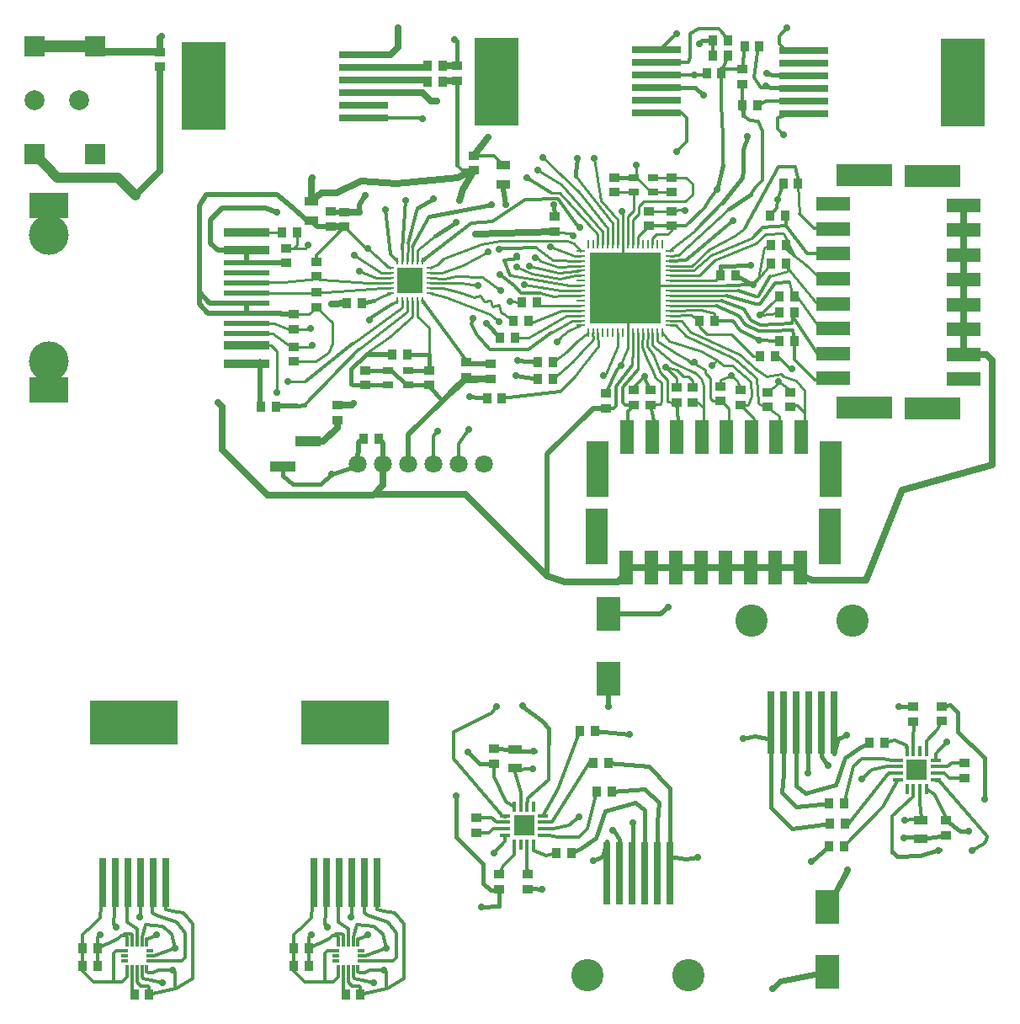
<source format=gtl>
G04 (created by PCBNEW (2013-08-24 BZR 4298)-stable) date Sat 09 Aug 2014 02:40:24 PM PDT*
%MOIN*%
G04 Gerber Fmt 3.4, Leading zero omitted, Abs format*
%FSLAX34Y34*%
G01*
G70*
G90*
G04 APERTURE LIST*
%ADD10C,0.005906*%
%ADD11R,0.029921X0.250000*%
%ADD12C,0.127953*%
%ADD13R,0.035400X0.039400*%
%ADD14R,0.029921X0.196850*%
%ADD15R,0.346457X0.177165*%
%ADD16R,0.011811X0.031496*%
%ADD17R,0.031496X0.011811*%
%ADD18R,0.039400X0.035400*%
%ADD19R,0.055000X0.035000*%
%ADD20R,0.094500X0.137800*%
%ADD21C,0.078700*%
%ADD22R,0.078700X0.078700*%
%ADD23R,0.181102X0.031890*%
%ADD24R,0.181102X0.024016*%
%ADD25C,0.157480*%
%ADD26R,0.153543X0.098425*%
%ADD27R,0.039370X0.031496*%
%ADD28R,0.196850X0.029921*%
%ADD29R,0.177165X0.346457*%
%ADD30R,0.100000X0.039000*%
%ADD31R,0.055118X0.133858*%
%ADD32R,0.090551X0.220472*%
%ADD33R,0.133858X0.055118*%
%ADD34R,0.220472X0.090551*%
%ADD35R,0.098400X0.098400*%
%ADD36O,0.009800X0.031500*%
%ADD37O,0.031500X0.009800*%
%ADD38C,0.023622*%
%ADD39C,0.070866*%
%ADD40R,0.009843X0.033465*%
%ADD41R,0.033465X0.009843*%
%ADD42R,0.281496X0.281496*%
%ADD43R,0.082677X0.082677*%
%ADD44R,0.039370X0.013780*%
%ADD45R,0.013780X0.039370*%
%ADD46C,0.019685*%
%ADD47C,0.027559*%
%ADD48C,0.009843*%
%ADD49C,0.019685*%
%ADD50C,0.027559*%
%ADD51C,0.013780*%
%ADD52C,0.015748*%
%ADD53C,0.011811*%
%ADD54C,0.047244*%
%ADD55C,0.031496*%
%ADD56C,0.039370*%
%ADD57C,0.023622*%
G04 APERTURE END LIST*
G54D10*
G54D11*
X66791Y-52696D03*
X65791Y-52696D03*
X64791Y-52696D03*
X65291Y-52696D03*
X64291Y-52696D03*
G54D12*
X63541Y-48671D03*
X67541Y-48671D03*
G54D11*
X66291Y-52696D03*
G54D13*
X45994Y-62332D03*
X45402Y-62332D03*
X45994Y-61624D03*
X45402Y-61624D03*
X48042Y-63474D03*
X47450Y-63474D03*
G54D14*
X46181Y-59025D03*
X47181Y-59025D03*
X48181Y-59025D03*
X47681Y-59025D03*
X48681Y-59025D03*
X46681Y-59025D03*
G54D15*
X47431Y-52706D03*
G54D16*
X47352Y-62431D03*
X47155Y-62431D03*
X47155Y-61427D03*
X47547Y-62431D03*
X47746Y-62431D03*
X47942Y-62431D03*
G54D17*
X48051Y-62125D03*
X48051Y-61942D03*
X48051Y-61732D03*
G54D16*
X47942Y-61427D03*
X47746Y-61427D03*
X47547Y-61427D03*
X47352Y-61427D03*
G54D17*
X47047Y-61732D03*
X47047Y-61935D03*
X47047Y-62125D03*
G54D13*
X55796Y-57864D03*
X56388Y-57864D03*
X57994Y-55446D03*
X57402Y-55446D03*
X56733Y-53021D03*
X57325Y-53021D03*
G54D18*
X52637Y-56465D03*
X52637Y-57057D03*
G54D13*
X57257Y-54293D03*
X57849Y-54293D03*
G54D18*
X54665Y-58700D03*
X54665Y-59292D03*
X53523Y-58709D03*
X53523Y-59301D03*
X53326Y-53749D03*
X53326Y-54341D03*
G54D19*
X54153Y-54518D03*
X54153Y-53768D03*
G54D20*
X57864Y-50974D03*
X57864Y-48414D03*
G54D11*
X57795Y-58661D03*
X58795Y-58661D03*
X59795Y-58661D03*
X59295Y-58661D03*
X60295Y-58661D03*
G54D12*
X61045Y-62687D03*
X57045Y-62687D03*
G54D11*
X58295Y-58661D03*
G54D21*
X36890Y-28070D03*
G54D22*
X35118Y-25940D03*
X37520Y-25940D03*
X35118Y-30202D03*
X37520Y-30202D03*
G54D21*
X35118Y-28070D03*
G54D23*
X43523Y-33291D03*
X43523Y-34015D03*
G54D24*
X43523Y-34488D03*
X43523Y-34889D03*
X43523Y-35692D03*
X43523Y-37291D03*
X43523Y-36488D03*
G54D23*
X43523Y-38488D03*
X43523Y-37763D03*
G54D24*
X43523Y-36090D03*
X43523Y-36889D03*
G54D25*
X35681Y-38389D03*
X35681Y-33389D03*
G54D24*
X43523Y-35291D03*
G54D26*
X35681Y-32228D03*
X35681Y-39551D03*
G54D13*
X63877Y-38188D03*
X64469Y-38188D03*
G54D27*
X58858Y-31712D03*
X59645Y-31712D03*
X58858Y-31122D03*
X59645Y-31122D03*
X49921Y-38759D03*
X49133Y-38759D03*
X49921Y-39350D03*
X49133Y-39350D03*
G54D28*
X48149Y-28769D03*
X48149Y-27769D03*
X48149Y-26769D03*
X48149Y-27269D03*
X48149Y-26269D03*
X48149Y-28269D03*
G54D29*
X41830Y-27519D03*
G54D28*
X59763Y-28572D03*
X59763Y-27572D03*
X59763Y-26572D03*
X59763Y-27072D03*
X59763Y-26072D03*
X59763Y-28072D03*
G54D29*
X53444Y-27322D03*
G54D28*
X65590Y-26112D03*
X65590Y-27112D03*
X65590Y-28112D03*
X65590Y-27612D03*
X65590Y-28612D03*
X65590Y-26612D03*
G54D29*
X71909Y-27362D03*
G54D30*
X45972Y-41586D03*
X44972Y-42586D03*
G54D31*
X65492Y-41417D03*
X64507Y-41417D03*
X63523Y-41417D03*
X58602Y-41417D03*
X60570Y-41417D03*
X59586Y-41417D03*
G54D32*
X66653Y-42657D03*
G54D31*
X61555Y-41417D03*
X62539Y-41417D03*
G54D32*
X57440Y-42657D03*
G54D33*
X66771Y-32185D03*
X66771Y-33169D03*
X66771Y-34153D03*
X66771Y-39074D03*
X66771Y-37106D03*
X66771Y-38090D03*
G54D34*
X68011Y-31023D03*
G54D33*
X66771Y-36122D03*
X66771Y-35137D03*
G54D34*
X68011Y-40236D03*
G54D31*
X58562Y-46574D03*
X59547Y-46574D03*
X60531Y-46574D03*
X65452Y-46574D03*
X63484Y-46574D03*
X64468Y-46574D03*
G54D32*
X57401Y-45334D03*
G54D31*
X62500Y-46574D03*
X61515Y-46574D03*
G54D32*
X66614Y-45334D03*
G54D33*
X71929Y-39114D03*
X71929Y-38129D03*
X71929Y-37145D03*
X71929Y-32224D03*
X71929Y-34192D03*
X71929Y-33208D03*
G54D34*
X70688Y-40275D03*
G54D33*
X71929Y-35177D03*
X71929Y-36161D03*
G54D34*
X70688Y-31062D03*
G54D19*
X53700Y-31398D03*
X53700Y-30648D03*
G54D18*
X45106Y-34512D03*
X45106Y-33920D03*
G54D13*
X45516Y-33295D03*
X44924Y-33295D03*
X48168Y-41456D03*
X48760Y-41456D03*
X44693Y-40208D03*
X44101Y-40208D03*
G54D18*
X45405Y-37822D03*
X45405Y-38414D03*
X45385Y-37134D03*
X45385Y-36542D03*
X46291Y-35664D03*
X46291Y-36256D03*
X46283Y-35051D03*
X46283Y-34459D03*
G54D13*
X54154Y-37480D03*
X53562Y-37480D03*
X54685Y-36791D03*
X54093Y-36791D03*
X55020Y-36082D03*
X54428Y-36082D03*
X49310Y-38129D03*
X49902Y-38129D03*
X53642Y-39881D03*
X53050Y-39881D03*
X55650Y-39094D03*
X55058Y-39094D03*
X55666Y-38421D03*
X55074Y-38421D03*
G54D18*
X59448Y-32459D03*
X59448Y-33051D03*
X60354Y-31713D03*
X60354Y-31121D03*
X58110Y-31121D03*
X58110Y-31713D03*
X60354Y-32459D03*
X60354Y-33051D03*
G54D13*
X62894Y-35000D03*
X62302Y-35000D03*
G54D18*
X55728Y-32676D03*
X55728Y-33268D03*
G54D13*
X62067Y-36811D03*
X61475Y-36811D03*
G54D18*
X40098Y-26752D03*
X40098Y-26160D03*
X57755Y-39664D03*
X57755Y-40256D03*
X47409Y-32491D03*
X47409Y-33083D03*
X47125Y-40137D03*
X47125Y-40729D03*
X48228Y-39351D03*
X48228Y-38759D03*
X50748Y-39351D03*
X50748Y-38759D03*
X53188Y-39095D03*
X53188Y-38503D03*
G54D19*
X46094Y-32077D03*
X46094Y-32827D03*
G54D13*
X47491Y-36114D03*
X48083Y-36114D03*
G54D35*
X50003Y-35208D03*
G54D36*
X49511Y-35995D03*
X49708Y-35995D03*
X49905Y-35995D03*
X50101Y-35995D03*
X50298Y-35995D03*
X50495Y-35995D03*
G54D37*
X50790Y-35700D03*
X50790Y-35503D03*
X50790Y-35306D03*
X50790Y-35110D03*
X50790Y-34913D03*
X50790Y-34716D03*
G54D36*
X50495Y-34421D03*
X50298Y-34421D03*
X50101Y-34421D03*
X49905Y-34421D03*
X49708Y-34421D03*
X49511Y-34421D03*
G54D37*
X49216Y-34716D03*
X49216Y-34913D03*
X49216Y-35110D03*
X49216Y-35306D03*
X49216Y-35503D03*
X49216Y-35700D03*
G54D38*
X50003Y-35208D03*
X49703Y-34908D03*
X49703Y-35508D03*
X50303Y-34908D03*
X50303Y-35508D03*
G54D18*
X52216Y-39040D03*
X52216Y-38448D03*
X46850Y-32483D03*
X46850Y-33075D03*
X52519Y-30255D03*
X52519Y-30847D03*
G54D39*
X51925Y-42480D03*
X52925Y-42480D03*
X47933Y-42480D03*
X48933Y-42480D03*
X50929Y-42480D03*
X49929Y-42480D03*
G54D18*
X65078Y-39625D03*
X65078Y-40217D03*
G54D13*
X64782Y-31377D03*
X65374Y-31377D03*
G54D18*
X64173Y-39625D03*
X64173Y-40217D03*
G54D13*
X64270Y-32637D03*
X64862Y-32637D03*
G54D40*
X59807Y-37259D03*
X60003Y-37259D03*
X58625Y-37259D03*
X58822Y-37259D03*
X59216Y-37259D03*
X59019Y-37259D03*
X59610Y-37259D03*
X59413Y-37259D03*
X57838Y-37259D03*
X58035Y-37259D03*
X58429Y-37259D03*
X58232Y-37259D03*
X57444Y-37259D03*
X57641Y-37259D03*
X57248Y-37259D03*
X57051Y-37259D03*
G54D41*
X56775Y-36984D03*
X56775Y-36787D03*
X56775Y-36393D03*
X56775Y-36590D03*
X56775Y-35803D03*
X56775Y-35606D03*
X56775Y-36000D03*
X56775Y-36196D03*
X56775Y-34622D03*
X56775Y-34425D03*
X56775Y-35015D03*
X56775Y-34818D03*
X56775Y-35212D03*
X56775Y-35409D03*
X56775Y-34031D03*
X56775Y-34228D03*
G54D40*
X57051Y-33755D03*
X57248Y-33755D03*
X57641Y-33755D03*
X57444Y-33755D03*
X58232Y-33755D03*
X58429Y-33755D03*
X58035Y-33755D03*
X57838Y-33755D03*
X59413Y-33755D03*
X59610Y-33755D03*
X59019Y-33755D03*
X59216Y-33755D03*
X58822Y-33755D03*
X58625Y-33755D03*
X60003Y-33755D03*
X59807Y-33755D03*
G54D41*
X60279Y-34228D03*
X60279Y-34031D03*
X60279Y-35409D03*
X60279Y-35212D03*
X60279Y-34818D03*
X60279Y-35007D03*
X60279Y-34425D03*
X60279Y-34622D03*
X60279Y-36196D03*
X60279Y-36000D03*
X60279Y-35606D03*
X60279Y-35803D03*
X60279Y-36590D03*
X60279Y-36393D03*
X60279Y-36787D03*
X60279Y-36984D03*
G54D42*
X58527Y-35507D03*
G54D18*
X63110Y-39546D03*
X63110Y-40138D03*
G54D13*
X64310Y-33818D03*
X64902Y-33818D03*
G54D18*
X62283Y-39389D03*
X62283Y-39981D03*
G54D13*
X64310Y-34527D03*
X64902Y-34527D03*
G54D18*
X61181Y-39428D03*
X61181Y-40020D03*
G54D13*
X64625Y-35826D03*
X65217Y-35826D03*
G54D18*
X60551Y-39428D03*
X60551Y-40020D03*
G54D13*
X64625Y-36456D03*
X65217Y-36456D03*
G54D18*
X59527Y-39546D03*
X59527Y-40138D03*
G54D13*
X64625Y-37598D03*
X65217Y-37598D03*
G54D18*
X58858Y-39546D03*
X58858Y-40138D03*
G54D13*
X63839Y-25944D03*
X63247Y-25944D03*
X50688Y-27322D03*
X51280Y-27322D03*
X61751Y-27007D03*
X62343Y-27007D03*
X63168Y-28267D03*
X63760Y-28267D03*
X51280Y-26692D03*
X50688Y-26692D03*
X61987Y-25708D03*
X62579Y-25708D03*
G54D18*
X63149Y-27421D03*
X63149Y-26829D03*
X51850Y-26711D03*
X51850Y-27303D03*
G54D13*
X61987Y-26299D03*
X62579Y-26299D03*
G54D16*
X38986Y-62431D03*
X38789Y-62431D03*
X38789Y-61427D03*
X39181Y-62431D03*
X39379Y-62431D03*
X39576Y-62431D03*
G54D17*
X39685Y-62125D03*
X39685Y-61942D03*
X39685Y-61732D03*
G54D16*
X39576Y-61427D03*
X39379Y-61427D03*
X39181Y-61427D03*
X38986Y-61427D03*
G54D17*
X38681Y-61732D03*
X38681Y-61935D03*
X38681Y-62125D03*
G54D14*
X37814Y-59025D03*
X38814Y-59025D03*
X39814Y-59025D03*
X39314Y-59025D03*
X40314Y-59025D03*
X38314Y-59025D03*
G54D15*
X39064Y-52706D03*
G54D13*
X39675Y-63474D03*
X39083Y-63474D03*
X37628Y-61624D03*
X37036Y-61624D03*
X37628Y-62332D03*
X37036Y-62332D03*
X68790Y-53494D03*
X68198Y-53494D03*
X66591Y-55911D03*
X67183Y-55911D03*
X67185Y-57598D03*
X66593Y-57598D03*
G54D18*
X71948Y-54892D03*
X71948Y-54300D03*
G54D13*
X67225Y-56712D03*
X66633Y-56712D03*
G54D18*
X69921Y-52658D03*
X69921Y-52066D03*
X71062Y-52648D03*
X71062Y-52056D03*
X71240Y-57166D03*
X71240Y-56574D03*
G54D19*
X70216Y-56554D03*
X70216Y-57304D03*
G54D20*
X66535Y-59999D03*
X66535Y-62559D03*
G54D43*
X54517Y-56781D03*
G54D44*
X55265Y-57165D03*
X55265Y-56909D03*
X55265Y-56653D03*
X55265Y-56397D03*
G54D45*
X54901Y-56033D03*
X54645Y-56033D03*
X54389Y-56033D03*
X54133Y-56033D03*
G54D44*
X53769Y-56397D03*
X53769Y-56653D03*
X53769Y-56909D03*
X53769Y-57165D03*
G54D45*
X54133Y-57529D03*
X54389Y-57529D03*
X54645Y-57529D03*
X54901Y-57529D03*
G54D46*
X54517Y-56781D03*
X54291Y-57007D03*
X54744Y-57007D03*
X54291Y-56555D03*
X54744Y-56555D03*
G54D43*
X70068Y-54576D03*
G54D44*
X69320Y-54192D03*
X69320Y-54448D03*
X69320Y-54704D03*
X69320Y-54960D03*
G54D45*
X69685Y-55324D03*
X69940Y-55324D03*
X70196Y-55324D03*
X70452Y-55324D03*
G54D44*
X70816Y-54960D03*
X70816Y-54704D03*
X70816Y-54448D03*
X70816Y-54192D03*
G54D45*
X70452Y-53828D03*
X70196Y-53828D03*
X69940Y-53828D03*
X69685Y-53828D03*
G54D46*
X70068Y-54576D03*
X70295Y-54350D03*
X69842Y-54350D03*
X70295Y-54803D03*
X69842Y-54803D03*
G54D47*
X65118Y-38700D03*
X42401Y-40039D03*
X46141Y-31141D03*
X40157Y-25551D03*
X56476Y-33444D03*
X54527Y-35374D03*
X51968Y-32047D03*
X52598Y-33385D03*
X52685Y-35388D03*
X62165Y-31614D03*
X63502Y-34606D03*
X50492Y-28818D03*
X54232Y-34685D03*
X54724Y-34645D03*
X60570Y-30098D03*
X54960Y-34291D03*
X64940Y-25216D03*
X48389Y-36771D03*
X48334Y-33925D03*
X54872Y-54537D03*
X58037Y-56962D03*
X66549Y-54395D03*
X69586Y-56555D03*
X56732Y-33110D03*
X62795Y-32834D03*
X52500Y-36712D03*
X51822Y-32897D03*
X53582Y-35610D03*
X55826Y-37637D03*
X49064Y-61643D03*
X48966Y-62490D03*
X46092Y-61112D03*
X54901Y-53828D03*
X56698Y-56431D03*
X57273Y-58159D03*
X53316Y-57883D03*
X60226Y-48120D03*
X55708Y-32204D03*
X58956Y-30629D03*
X44724Y-39645D03*
X47755Y-40078D03*
X64803Y-29448D03*
X58385Y-32480D03*
X60551Y-25433D03*
X60905Y-32440D03*
X49527Y-25196D03*
X39133Y-31850D03*
X64566Y-32007D03*
X63858Y-36574D03*
X63818Y-37559D03*
X64606Y-39212D03*
X60118Y-38622D03*
X59291Y-39015D03*
X58346Y-38582D03*
X62716Y-38976D03*
X51614Y-39645D03*
X48228Y-31850D03*
X44724Y-32500D03*
X53110Y-29527D03*
X46889Y-36141D03*
X63582Y-35354D03*
X37726Y-61112D03*
X40600Y-62490D03*
X40698Y-61643D03*
X64360Y-63238D03*
X71269Y-53474D03*
X67312Y-53198D03*
X67887Y-54927D03*
X69547Y-57263D03*
X52322Y-41102D03*
X61259Y-38425D03*
X51102Y-41181D03*
X61968Y-38582D03*
X51062Y-28110D03*
X54645Y-31141D03*
X64133Y-27007D03*
X57303Y-30354D03*
X48336Y-61112D03*
X46722Y-60797D03*
X38356Y-60797D03*
X39970Y-61112D03*
X55078Y-30826D03*
X61614Y-27874D03*
X54468Y-52047D03*
X70944Y-57755D03*
X53425Y-52066D03*
X72263Y-57775D03*
X58836Y-56659D03*
X58698Y-53171D03*
X65887Y-58187D03*
X65750Y-54698D03*
X45960Y-33818D03*
X45165Y-39188D03*
X53523Y-36850D03*
X53976Y-36023D03*
X54275Y-38354D03*
X50944Y-31968D03*
X54200Y-38976D03*
X49814Y-32047D03*
X52362Y-39803D03*
X49035Y-32397D03*
X53031Y-36889D03*
X53110Y-34055D03*
X53779Y-32204D03*
X54236Y-34232D03*
X48572Y-63001D03*
X47667Y-60403D03*
X39301Y-60403D03*
X40206Y-63001D03*
X55255Y-30334D03*
X61259Y-27086D03*
X49645Y-27269D03*
X53543Y-33976D03*
X64094Y-27519D03*
X63346Y-29488D03*
X56614Y-30374D03*
X61456Y-25826D03*
X55551Y-33877D03*
X51771Y-25669D03*
X47783Y-34196D03*
X46074Y-37110D03*
X47984Y-34826D03*
X46114Y-37771D03*
X55226Y-59301D03*
X61387Y-58025D03*
X63198Y-53332D03*
X69360Y-52057D03*
X52303Y-53868D03*
X51830Y-55610D03*
X57864Y-52057D03*
X52814Y-60000D03*
X67342Y-58523D03*
X72755Y-55748D03*
X72145Y-56988D03*
X53228Y-32204D03*
X53562Y-34980D03*
X46889Y-42874D03*
X57677Y-38976D03*
G54D48*
X65118Y-38700D02*
X65078Y-38700D01*
X64566Y-38188D02*
X64469Y-38188D01*
X65078Y-38700D02*
X64566Y-38188D01*
G54D49*
X57755Y-40256D02*
X57263Y-40256D01*
X55433Y-42086D02*
X55433Y-46889D01*
X57263Y-40256D02*
X55433Y-42086D01*
G54D50*
X71929Y-33208D02*
X71929Y-32224D01*
X71929Y-34192D02*
X71929Y-33208D01*
X71929Y-35177D02*
X71929Y-34192D01*
X71929Y-36161D02*
X71929Y-35177D01*
X71929Y-37145D02*
X71929Y-36161D01*
X71929Y-38129D02*
X71929Y-37145D01*
X65452Y-46574D02*
X65452Y-46870D01*
X72814Y-38129D02*
X71929Y-38129D01*
X73070Y-38385D02*
X72814Y-38129D01*
X73070Y-42519D02*
X73070Y-38385D01*
X68070Y-47086D02*
X69488Y-43503D01*
X69488Y-43503D02*
X73070Y-42519D01*
X65944Y-47086D02*
X68070Y-47086D01*
X65452Y-46870D02*
X65944Y-47086D01*
X64468Y-46574D02*
X65452Y-46574D01*
X63484Y-46574D02*
X64468Y-46574D01*
X62500Y-46574D02*
X63484Y-46574D01*
X61515Y-46574D02*
X62500Y-46574D01*
X60531Y-46574D02*
X61515Y-46574D01*
X59547Y-46574D02*
X60531Y-46574D01*
X58562Y-46574D02*
X59547Y-46574D01*
X48582Y-43661D02*
X52204Y-43661D01*
X52204Y-43661D02*
X55433Y-46889D01*
X58562Y-46791D02*
X58562Y-46574D01*
X55433Y-46889D02*
X56141Y-47125D01*
X56141Y-47125D02*
X58228Y-47125D01*
X58228Y-47125D02*
X58562Y-46791D01*
X48933Y-43311D02*
X48933Y-42480D01*
X48543Y-43700D02*
X48582Y-43661D01*
X48582Y-43661D02*
X48933Y-43311D01*
X44370Y-43700D02*
X48543Y-43700D01*
X42559Y-41889D02*
X44370Y-43700D01*
X42559Y-40196D02*
X42559Y-41889D01*
X42401Y-40039D02*
X42559Y-40196D01*
X40098Y-26160D02*
X40098Y-25610D01*
X46094Y-31188D02*
X46094Y-32077D01*
X46141Y-31141D02*
X46094Y-31188D01*
X40098Y-25610D02*
X40157Y-25551D01*
G54D51*
X52519Y-30847D02*
X52067Y-30847D01*
G54D52*
X51850Y-30629D02*
X51850Y-27303D01*
G54D51*
X52067Y-30847D02*
X51850Y-30629D01*
G54D53*
X60354Y-33051D02*
X60924Y-33051D01*
X60924Y-33051D02*
X61653Y-32322D01*
X60354Y-33051D02*
X59448Y-33051D01*
X62343Y-27007D02*
X62579Y-26299D01*
X63149Y-26829D02*
X63247Y-25944D01*
X62343Y-27007D02*
X62343Y-26790D01*
X62382Y-26829D02*
X63149Y-26829D01*
X62343Y-26790D02*
X62382Y-26829D01*
X62343Y-28209D02*
X62343Y-27007D01*
G54D48*
X59019Y-33755D02*
X59019Y-33481D01*
X59019Y-33481D02*
X59448Y-33051D01*
X59610Y-33755D02*
X59610Y-33539D01*
X60354Y-33228D02*
X60354Y-33051D01*
X60196Y-33385D02*
X60354Y-33228D01*
X59763Y-33385D02*
X60196Y-33385D01*
X59610Y-33539D02*
X59763Y-33385D01*
G54D50*
X51850Y-27303D02*
X51299Y-27303D01*
X51299Y-27303D02*
X51280Y-27322D01*
G54D48*
X60279Y-35212D02*
X62089Y-35212D01*
X62089Y-35212D02*
X62302Y-35000D01*
X58818Y-37913D02*
X58779Y-38582D01*
X58822Y-37259D02*
X58818Y-37913D01*
G54D53*
X58050Y-40256D02*
X57755Y-40256D01*
X58149Y-40157D02*
X58050Y-40256D01*
X58149Y-39409D02*
X58149Y-40157D01*
X58779Y-38582D02*
X58149Y-39409D01*
G54D49*
X48933Y-42480D02*
X48933Y-41629D01*
X48933Y-41629D02*
X48760Y-41456D01*
G54D52*
X62302Y-35000D02*
X62283Y-34645D01*
X62283Y-34645D02*
X63502Y-34606D01*
X63502Y-34606D02*
X63503Y-34606D01*
G54D48*
X56775Y-35606D02*
X55996Y-35606D01*
X56542Y-33378D02*
X55728Y-33268D01*
X56476Y-33444D02*
X56542Y-33378D01*
X55996Y-35606D02*
X54527Y-35374D01*
G54D50*
X47085Y-31730D02*
X46511Y-31723D01*
X52484Y-30841D02*
X52519Y-30881D01*
X51894Y-31153D02*
X52484Y-30841D01*
X52519Y-30881D02*
X52094Y-31598D01*
X52094Y-31598D02*
X51968Y-32047D01*
X46511Y-31723D02*
X46094Y-32077D01*
X48070Y-31259D02*
X47085Y-31730D01*
X52598Y-33385D02*
X55728Y-33268D01*
G54D48*
X50790Y-35306D02*
X52031Y-35303D01*
X52031Y-35303D02*
X52685Y-35388D01*
X52598Y-33385D02*
X52531Y-33318D01*
G54D54*
X37520Y-25940D02*
X35118Y-25940D01*
G54D55*
X40039Y-26121D02*
X37700Y-26121D01*
X37700Y-26121D02*
X37520Y-25940D01*
G54D50*
X49476Y-31358D02*
X51894Y-31153D01*
X48070Y-31259D02*
X49457Y-31359D01*
G54D53*
X61850Y-32007D02*
X62165Y-31614D01*
X61653Y-32322D02*
X61850Y-32007D01*
X62401Y-29488D02*
X62343Y-28209D01*
G54D50*
X49457Y-31359D02*
X49476Y-31358D01*
G54D53*
X62401Y-30629D02*
X62401Y-29488D01*
G54D52*
X62165Y-31614D02*
X62401Y-30629D01*
G54D48*
X56775Y-35015D02*
X56555Y-35019D01*
X56555Y-35019D02*
X55944Y-35137D01*
X54822Y-34921D02*
X54232Y-34685D01*
X55944Y-35137D02*
X54822Y-34921D01*
G54D51*
X50442Y-28769D02*
X48149Y-28769D01*
G54D48*
X50492Y-28818D02*
X50442Y-28769D01*
X56775Y-34818D02*
X56574Y-34822D01*
X56574Y-34822D02*
X55905Y-34901D01*
X55905Y-34901D02*
X54724Y-34645D01*
G54D51*
X60777Y-28572D02*
X59763Y-28572D01*
X60964Y-28759D02*
X60777Y-28572D01*
X60964Y-29704D02*
X60964Y-28759D01*
X60570Y-30098D02*
X60964Y-29704D01*
G54D48*
X55157Y-34429D02*
X55010Y-34241D01*
X55866Y-34685D02*
X55157Y-34429D01*
X56775Y-34622D02*
X56555Y-34625D01*
X56555Y-34625D02*
X55866Y-34685D01*
X55010Y-34241D02*
X54960Y-34291D01*
X64911Y-26112D02*
X65590Y-26112D01*
G54D51*
X64625Y-25826D02*
X64911Y-26112D01*
X64625Y-25531D02*
X64625Y-25826D01*
X64940Y-25216D02*
X64625Y-25531D01*
G54D48*
X48334Y-33925D02*
X48251Y-33925D01*
X48251Y-33925D02*
X47409Y-33083D01*
G54D49*
X46850Y-33075D02*
X46342Y-33075D01*
X46342Y-33075D02*
X46094Y-32827D01*
X46094Y-32827D02*
X45894Y-32788D01*
X41657Y-32232D02*
X41657Y-35582D01*
X41921Y-31811D02*
X41657Y-32232D01*
X45295Y-32263D02*
X44744Y-31811D01*
X44744Y-31811D02*
X41921Y-31811D01*
X45894Y-32788D02*
X45295Y-32263D01*
X41657Y-36153D02*
X41657Y-35582D01*
X41657Y-35685D02*
X41657Y-35582D01*
G54D48*
X46916Y-36948D02*
X46916Y-36881D01*
X46255Y-38417D02*
X46771Y-38070D01*
X45405Y-38414D02*
X46255Y-38417D01*
X46916Y-36881D02*
X46291Y-36256D01*
X46771Y-38070D02*
X46943Y-37689D01*
X46943Y-37689D02*
X46916Y-36948D01*
G54D49*
X43523Y-36090D02*
X43523Y-36488D01*
X43523Y-36488D02*
X41992Y-36488D01*
X41992Y-36488D02*
X41657Y-36153D01*
X43523Y-36090D02*
X42062Y-36090D01*
X42062Y-36090D02*
X41657Y-35685D01*
G54D53*
X47409Y-33083D02*
X47086Y-33405D01*
X47086Y-33405D02*
X46283Y-34208D01*
X46283Y-34208D02*
X46283Y-34459D01*
G54D49*
X45385Y-36542D02*
X44936Y-36550D01*
X44874Y-36488D02*
X43523Y-36488D01*
X44936Y-36550D02*
X44874Y-36488D01*
G54D48*
X45385Y-36542D02*
X45997Y-36550D01*
X45997Y-36550D02*
X46291Y-36256D01*
G54D50*
X46862Y-33086D02*
X47409Y-33083D01*
G54D48*
X49216Y-34716D02*
X49085Y-34620D01*
X49085Y-34620D02*
X48985Y-34547D01*
G54D52*
X48365Y-36756D02*
X48365Y-36753D01*
G54D53*
X49299Y-36121D02*
X48365Y-36753D01*
G54D48*
X49511Y-35995D02*
X49299Y-36121D01*
G54D52*
X48389Y-36771D02*
X48365Y-36756D01*
G54D48*
X48985Y-34547D02*
X48334Y-33925D01*
G54D52*
X54872Y-54537D02*
X54872Y-54537D01*
G54D51*
X54386Y-55482D02*
X54124Y-54557D01*
X54389Y-56033D02*
X54386Y-55482D01*
X54872Y-54537D02*
X54124Y-54557D01*
G54D52*
X58094Y-57019D02*
X58037Y-56962D01*
X58279Y-57320D02*
X58094Y-57019D01*
X58295Y-58661D02*
X58279Y-57320D01*
X66291Y-52696D02*
X66306Y-54037D01*
X66306Y-54037D02*
X66492Y-54338D01*
X66492Y-54338D02*
X66549Y-54395D01*
G54D51*
X69586Y-56555D02*
X70246Y-56515D01*
X70196Y-55324D02*
X70200Y-55875D01*
X70200Y-55875D02*
X70246Y-56515D01*
G54D52*
X69586Y-56555D02*
X69586Y-56555D01*
G54D48*
X56775Y-36590D02*
X56200Y-36594D01*
X54685Y-37480D02*
X54154Y-37480D01*
X56200Y-36594D02*
X54685Y-37480D01*
G54D53*
X60944Y-34409D02*
X61535Y-33897D01*
X56708Y-33032D02*
X56708Y-33032D01*
X56732Y-33110D02*
X56708Y-33032D01*
X50495Y-34421D02*
X50704Y-34260D01*
X50704Y-34260D02*
X52421Y-32933D01*
X52421Y-32933D02*
X53251Y-32858D01*
X56625Y-33043D02*
X56708Y-33032D01*
X53251Y-32858D02*
X54566Y-32000D01*
X54566Y-32000D02*
X55866Y-31968D01*
X55866Y-31968D02*
X56625Y-33043D01*
X60944Y-34409D02*
X60279Y-34425D01*
X61535Y-33897D02*
X62795Y-32834D01*
G54D48*
X56236Y-33633D02*
X56491Y-33747D01*
X51110Y-34560D02*
X51333Y-34321D01*
X51333Y-34321D02*
X52844Y-33765D01*
X52844Y-33765D02*
X53578Y-33648D01*
X53578Y-33648D02*
X56236Y-33633D01*
X50790Y-34716D02*
X51110Y-34560D01*
X56491Y-33747D02*
X56775Y-34031D01*
X56775Y-36787D02*
X56433Y-36787D01*
X56433Y-36787D02*
X55590Y-37283D01*
G54D53*
X55590Y-37283D02*
X54685Y-37952D01*
X54685Y-37952D02*
X53149Y-37952D01*
X53149Y-37952D02*
X52661Y-37374D01*
X52661Y-37374D02*
X52429Y-36944D01*
X52429Y-36944D02*
X52500Y-36712D01*
G54D52*
X51822Y-32897D02*
X50984Y-33448D01*
G54D48*
X50303Y-34000D02*
X50298Y-34421D01*
X50303Y-34000D02*
X50984Y-33448D01*
X56003Y-36397D02*
X56775Y-36393D01*
X56003Y-36397D02*
X54822Y-36854D01*
X54685Y-36791D02*
X54822Y-36854D01*
X56775Y-36196D02*
X55134Y-36196D01*
X55134Y-36196D02*
X55020Y-36082D01*
X56775Y-36984D02*
X56271Y-37204D01*
X56271Y-37204D02*
X55944Y-37480D01*
X55826Y-37637D02*
X55951Y-37485D01*
X55944Y-37480D02*
X55951Y-37485D01*
X50790Y-35110D02*
X51346Y-35122D01*
X51346Y-35122D02*
X51830Y-35023D01*
X51830Y-35023D02*
X52854Y-35059D01*
X52854Y-35059D02*
X53582Y-35610D01*
X53582Y-35610D02*
X53590Y-35604D01*
X57248Y-37535D02*
X57244Y-37263D01*
X56755Y-38055D02*
X56421Y-38433D01*
X55650Y-39094D02*
X56421Y-38433D01*
X57248Y-37535D02*
X56755Y-38055D01*
X57244Y-37263D02*
X57248Y-37259D01*
X57452Y-37787D02*
X57441Y-37263D01*
X57441Y-37263D02*
X57444Y-37259D01*
X57452Y-37771D02*
X57452Y-37787D01*
X57452Y-37787D02*
X56830Y-38598D01*
X56830Y-38598D02*
X56543Y-38988D01*
X56543Y-38988D02*
X55944Y-39610D01*
G54D53*
X55944Y-39610D02*
X53642Y-39881D01*
G54D48*
X57051Y-37259D02*
X56622Y-37610D01*
X56622Y-37610D02*
X56196Y-38027D01*
X56196Y-38027D02*
X55666Y-38421D01*
G54D53*
X45994Y-62332D02*
X45994Y-61624D01*
X47155Y-61190D02*
X47116Y-61151D01*
X46998Y-61151D02*
X46919Y-61151D01*
X47116Y-61151D02*
X46998Y-61151D01*
X46919Y-61151D02*
X46801Y-61269D01*
X46801Y-61269D02*
X46368Y-61466D01*
X46368Y-61466D02*
X45994Y-61624D01*
X47155Y-61427D02*
X47155Y-61190D01*
X47352Y-61112D02*
X47312Y-61072D01*
X47312Y-61072D02*
X47076Y-61072D01*
X47076Y-61072D02*
X46998Y-61151D01*
X47352Y-61427D02*
X47352Y-61112D01*
X48681Y-59881D02*
X48690Y-60088D01*
X48690Y-60088D02*
X48966Y-60167D01*
X49399Y-60246D02*
X49753Y-60679D01*
X48966Y-60167D02*
X49399Y-60246D01*
X49753Y-60679D02*
X49753Y-62844D01*
X49753Y-62844D02*
X49084Y-63238D01*
X49047Y-63246D02*
X48042Y-63474D01*
X49084Y-63238D02*
X49047Y-63246D01*
X48681Y-59025D02*
X48681Y-59881D01*
X47547Y-62960D02*
X47706Y-63120D01*
X47706Y-63120D02*
X47982Y-63120D01*
X47982Y-63120D02*
X48042Y-63179D01*
X48042Y-63179D02*
X48042Y-63474D01*
X47547Y-62431D02*
X47547Y-62960D01*
X48218Y-61938D02*
X49064Y-61643D01*
X48966Y-62490D02*
X49047Y-62570D01*
X49047Y-62570D02*
X49047Y-63246D01*
X48051Y-61942D02*
X48218Y-61938D01*
X47746Y-61190D02*
X47883Y-60718D01*
X47883Y-60718D02*
X48553Y-60757D01*
X48553Y-60757D02*
X48927Y-61072D01*
X48927Y-61072D02*
X49064Y-61643D01*
X47746Y-61427D02*
X47746Y-61190D01*
X45994Y-61209D02*
X46092Y-61112D01*
X45994Y-61624D02*
X45994Y-61209D01*
X47982Y-62608D02*
X47942Y-62568D01*
X47942Y-62568D02*
X47942Y-62431D01*
X48966Y-62490D02*
X48421Y-62504D01*
X48179Y-62608D02*
X48421Y-62504D01*
X48179Y-62608D02*
X47982Y-62608D01*
G54D52*
X54074Y-53768D02*
X54133Y-53828D01*
X53326Y-53749D02*
X54074Y-53768D01*
X54960Y-53838D02*
X54901Y-53828D01*
X54133Y-53828D02*
X54960Y-53838D01*
G54D51*
X56289Y-56781D02*
X56698Y-56431D01*
X55679Y-56909D02*
X56289Y-56781D01*
X55265Y-56909D02*
X55679Y-56909D01*
G54D52*
X57795Y-57413D02*
X57789Y-57419D01*
X57789Y-57419D02*
X57624Y-58009D01*
X57624Y-58009D02*
X57273Y-58159D01*
X57795Y-58661D02*
X57795Y-57413D01*
G54D51*
X53769Y-57411D02*
X53316Y-57883D01*
X53769Y-57165D02*
X53769Y-57411D01*
G54D49*
X59931Y-48414D02*
X60226Y-48120D01*
X57864Y-48414D02*
X59931Y-48414D01*
G54D52*
X58110Y-31121D02*
X58857Y-31121D01*
X58857Y-31121D02*
X58858Y-31122D01*
X55728Y-32676D02*
X55708Y-32204D01*
G54D48*
X58956Y-31023D02*
X58858Y-31122D01*
X58956Y-30629D02*
X58956Y-31023D01*
X43523Y-37763D02*
X44496Y-37763D01*
X44724Y-37992D02*
X44724Y-39645D01*
X44496Y-37763D02*
X44724Y-37992D01*
G54D50*
X47125Y-40137D02*
X47697Y-40137D01*
X47697Y-40137D02*
X47755Y-40078D01*
G54D52*
X50748Y-39351D02*
X50748Y-39409D01*
X50748Y-39409D02*
X51295Y-39956D01*
X49921Y-39350D02*
X50747Y-39350D01*
X50747Y-39350D02*
X50748Y-39351D01*
X49133Y-38759D02*
X49271Y-38759D01*
X49862Y-39350D02*
X49921Y-39350D01*
X49271Y-38759D02*
X49862Y-39350D01*
X48228Y-38759D02*
X49133Y-38759D01*
X49133Y-38759D02*
X49133Y-38759D01*
G54D53*
X65590Y-28612D02*
X65049Y-28612D01*
X64566Y-29212D02*
X64803Y-29448D01*
X64566Y-28779D02*
X64566Y-29212D01*
X65049Y-28612D02*
X64566Y-28779D01*
G54D51*
X53700Y-30648D02*
X53700Y-30629D01*
X53326Y-30255D02*
X52519Y-30255D01*
X53700Y-30629D02*
X53326Y-30255D01*
G54D48*
X58429Y-33755D02*
X58429Y-32523D01*
X58429Y-32523D02*
X58385Y-32480D01*
G54D53*
X59763Y-26072D02*
X59911Y-26072D01*
X59911Y-26072D02*
X60551Y-25433D01*
G54D48*
X59645Y-31712D02*
X59547Y-31712D01*
X59547Y-31712D02*
X58956Y-31122D01*
X58956Y-31122D02*
X58858Y-31122D01*
X60354Y-32459D02*
X60845Y-32381D01*
X60845Y-32381D02*
X60905Y-32440D01*
X59448Y-32459D02*
X60354Y-32459D01*
X59645Y-31712D02*
X60353Y-31712D01*
X60353Y-31712D02*
X60354Y-31713D01*
G54D50*
X48149Y-26269D02*
X49242Y-26269D01*
X49527Y-25984D02*
X49527Y-25196D01*
X49242Y-26269D02*
X49527Y-25984D01*
X40098Y-26752D02*
X40098Y-30885D01*
G54D56*
X35163Y-30202D02*
X36023Y-31141D01*
X36023Y-31141D02*
X38425Y-31141D01*
X38425Y-31141D02*
X39133Y-31850D01*
X35163Y-30202D02*
X35118Y-30202D01*
G54D50*
X40098Y-30885D02*
X39133Y-31850D01*
G54D53*
X64782Y-31377D02*
X64566Y-32007D01*
X64527Y-32322D02*
X64566Y-32007D01*
X64527Y-32322D02*
X64270Y-32637D01*
X64566Y-32007D02*
X64566Y-32007D01*
G54D48*
X64310Y-33818D02*
X64015Y-33897D01*
X63818Y-34921D02*
X63818Y-35118D01*
X64015Y-33897D02*
X63818Y-34921D01*
X64310Y-34527D02*
X63818Y-35118D01*
G54D53*
X63818Y-35118D02*
X63582Y-35354D01*
G54D48*
X64625Y-35826D02*
X64291Y-36141D01*
X64291Y-36535D02*
X63858Y-36574D01*
X64291Y-36535D02*
X64625Y-36456D01*
X64291Y-36141D02*
X63858Y-36574D01*
G54D53*
X64625Y-37598D02*
X63759Y-37565D01*
G54D48*
X63759Y-37565D02*
X63818Y-37559D01*
G54D53*
X62067Y-36811D02*
X62795Y-36811D01*
X62795Y-36811D02*
X63070Y-37165D01*
X63070Y-37165D02*
X63818Y-37559D01*
G54D48*
X64173Y-39625D02*
X64645Y-39251D01*
X65078Y-39527D02*
X64606Y-39212D01*
X65078Y-39527D02*
X65078Y-39625D01*
X64645Y-39251D02*
X64606Y-39212D01*
X62283Y-39389D02*
X62283Y-39133D01*
X62283Y-39133D02*
X62716Y-38976D01*
X60118Y-38622D02*
X60551Y-38740D01*
X60551Y-39055D02*
X60118Y-38622D01*
X60551Y-39428D02*
X60551Y-39055D01*
X61181Y-39173D02*
X61181Y-39428D01*
X61023Y-39015D02*
X61181Y-39173D01*
X60826Y-39015D02*
X61023Y-39015D01*
X60551Y-38740D02*
X60826Y-39015D01*
X59291Y-39015D02*
X59291Y-39113D01*
G54D53*
X58858Y-39448D02*
X59291Y-39015D01*
G54D48*
X58858Y-39546D02*
X58858Y-39448D01*
G54D53*
X59291Y-39113D02*
X59527Y-39546D01*
X57755Y-39664D02*
X58188Y-38740D01*
X58188Y-38740D02*
X58346Y-38582D01*
G54D48*
X63110Y-39546D02*
X62952Y-39173D01*
X62952Y-39173D02*
X62716Y-38976D01*
G54D49*
X49929Y-42480D02*
X49921Y-41299D01*
X49921Y-41299D02*
X51295Y-39956D01*
G54D50*
X52171Y-39135D02*
X53188Y-39095D01*
G54D49*
X51295Y-39956D02*
X51614Y-39645D01*
G54D50*
X52143Y-39182D02*
X51614Y-39645D01*
X52143Y-39182D02*
X52171Y-39135D01*
G54D48*
X60279Y-36393D02*
X60681Y-36393D01*
X60681Y-36393D02*
X61141Y-36377D01*
X61141Y-36377D02*
X61535Y-36377D01*
X62066Y-36692D02*
X62067Y-36811D01*
X62066Y-36661D02*
X62066Y-36692D01*
X62047Y-36496D02*
X62066Y-36661D01*
X61539Y-36381D02*
X62047Y-36496D01*
X61535Y-36377D02*
X61539Y-36381D01*
X61911Y-35409D02*
X62413Y-35413D01*
X62413Y-35413D02*
X62559Y-35393D01*
X61911Y-35409D02*
X60279Y-35409D01*
G54D52*
X62894Y-35000D02*
X63582Y-35385D01*
G54D53*
X62559Y-35393D02*
X63582Y-35385D01*
G54D48*
X58626Y-37547D02*
X58622Y-37263D01*
X58622Y-37263D02*
X58625Y-37259D01*
X60279Y-35409D02*
X58625Y-35409D01*
X58625Y-35409D02*
X58527Y-35507D01*
X58625Y-37259D02*
X58625Y-35606D01*
X58625Y-35606D02*
X58527Y-35507D01*
X58429Y-33755D02*
X58429Y-35409D01*
X58429Y-35409D02*
X58527Y-35507D01*
G54D50*
X52519Y-30255D02*
X53070Y-29566D01*
G54D49*
X53070Y-29566D02*
X53110Y-29527D01*
X47409Y-32491D02*
X46858Y-32491D01*
X46858Y-32491D02*
X46850Y-32483D01*
X47996Y-32511D02*
X47996Y-32200D01*
X47996Y-32200D02*
X48228Y-31850D01*
X43523Y-34015D02*
X42389Y-34015D01*
X42389Y-34015D02*
X42106Y-33732D01*
X42106Y-33732D02*
X42106Y-32795D01*
X42106Y-32795D02*
X42562Y-32338D01*
X42562Y-32338D02*
X44251Y-32338D01*
X44251Y-32338D02*
X44724Y-32500D01*
X43523Y-34488D02*
X43523Y-34015D01*
X45106Y-34512D02*
X43547Y-34512D01*
X43547Y-34512D02*
X43523Y-34488D01*
G54D50*
X47491Y-36114D02*
X46889Y-36141D01*
G54D48*
X58626Y-37535D02*
X58626Y-37547D01*
X58626Y-37547D02*
X58622Y-37854D01*
X58622Y-37854D02*
X58523Y-38090D01*
X58523Y-38090D02*
X58354Y-38507D01*
X58354Y-38507D02*
X58346Y-38543D01*
X62894Y-35000D02*
X63582Y-35354D01*
G54D50*
X47996Y-32511D02*
X47596Y-32488D01*
X47596Y-32488D02*
X47409Y-32491D01*
X53188Y-39095D02*
X52216Y-39119D01*
G54D53*
X39812Y-62608D02*
X39616Y-62608D01*
X39812Y-62608D02*
X40055Y-62504D01*
X40600Y-62490D02*
X40055Y-62504D01*
X39576Y-62568D02*
X39576Y-62431D01*
X39616Y-62608D02*
X39576Y-62568D01*
X37628Y-61624D02*
X37628Y-61209D01*
X37628Y-61209D02*
X37726Y-61112D01*
X39379Y-61427D02*
X39379Y-61190D01*
X40561Y-61072D02*
X40698Y-61643D01*
X40187Y-60757D02*
X40561Y-61072D01*
X39517Y-60718D02*
X40187Y-60757D01*
X39379Y-61190D02*
X39517Y-60718D01*
X39685Y-61942D02*
X39852Y-61938D01*
X40681Y-62570D02*
X40681Y-63246D01*
X40600Y-62490D02*
X40681Y-62570D01*
X39852Y-61938D02*
X40698Y-61643D01*
X39181Y-62431D02*
X39181Y-62960D01*
X39675Y-63179D02*
X39675Y-63474D01*
X39616Y-63120D02*
X39675Y-63179D01*
X39340Y-63120D02*
X39616Y-63120D01*
X39181Y-62960D02*
X39340Y-63120D01*
X40314Y-59025D02*
X40314Y-59881D01*
X40718Y-63238D02*
X40681Y-63246D01*
X40681Y-63246D02*
X39675Y-63474D01*
X41387Y-62844D02*
X40718Y-63238D01*
X41387Y-60679D02*
X41387Y-62844D01*
X40600Y-60167D02*
X41033Y-60246D01*
X41033Y-60246D02*
X41387Y-60679D01*
X40324Y-60088D02*
X40600Y-60167D01*
X40314Y-59881D02*
X40324Y-60088D01*
X38986Y-61427D02*
X38986Y-61112D01*
X38710Y-61072D02*
X38631Y-61151D01*
X38946Y-61072D02*
X38710Y-61072D01*
X38986Y-61112D02*
X38946Y-61072D01*
X38789Y-61427D02*
X38789Y-61190D01*
X38001Y-61466D02*
X37628Y-61624D01*
X38435Y-61269D02*
X38001Y-61466D01*
X38553Y-61151D02*
X38435Y-61269D01*
X38750Y-61151D02*
X38631Y-61151D01*
X38631Y-61151D02*
X38553Y-61151D01*
X38789Y-61190D02*
X38750Y-61151D01*
X37628Y-62332D02*
X37628Y-61624D01*
G54D57*
X66535Y-62559D02*
X64655Y-62943D01*
X64655Y-62943D02*
X64360Y-63238D01*
G54D51*
X70816Y-54192D02*
X70816Y-53946D01*
X70816Y-53946D02*
X71269Y-53474D01*
G54D52*
X66791Y-52696D02*
X66791Y-53944D01*
X66962Y-53348D02*
X67312Y-53198D01*
X66797Y-53938D02*
X66962Y-53348D01*
X66791Y-53944D02*
X66797Y-53938D01*
G54D51*
X69320Y-54448D02*
X68907Y-54448D01*
X68907Y-54448D02*
X68297Y-54576D01*
X68297Y-54576D02*
X67887Y-54927D01*
G54D52*
X70236Y-57244D02*
X69488Y-57253D01*
X69488Y-57253D02*
X69547Y-57263D01*
X71240Y-57166D02*
X70296Y-57303D01*
X70296Y-57303D02*
X70236Y-57244D01*
G54D48*
X44924Y-33295D02*
X43527Y-33295D01*
X43527Y-33295D02*
X43523Y-33291D01*
X60942Y-38310D02*
X61177Y-38507D01*
G54D53*
X51925Y-41657D02*
X51925Y-42480D01*
X52322Y-41102D02*
X51925Y-41657D01*
G54D48*
X61177Y-38507D02*
X61259Y-38425D01*
X62283Y-39981D02*
X62343Y-39981D01*
X62625Y-40263D02*
X62625Y-41165D01*
X62343Y-39981D02*
X62625Y-40263D01*
X61692Y-38740D02*
X61692Y-38858D01*
X60572Y-38098D02*
X60942Y-38310D01*
X60942Y-38310D02*
X61692Y-38740D01*
X59807Y-37614D02*
X60572Y-38098D01*
X59807Y-37259D02*
X59807Y-37614D01*
X61988Y-39981D02*
X62283Y-39981D01*
X61889Y-39881D02*
X61988Y-39981D01*
X61889Y-39055D02*
X61889Y-39881D01*
X61692Y-38858D02*
X61889Y-39055D01*
X62136Y-38328D02*
X62125Y-38385D01*
G54D53*
X50929Y-41354D02*
X50929Y-42480D01*
X51102Y-41181D02*
X50929Y-41354D01*
G54D48*
X62125Y-38385D02*
X61968Y-38582D01*
X63625Y-41165D02*
X63625Y-40654D01*
X63625Y-40654D02*
X63110Y-40138D01*
X63110Y-40138D02*
X63404Y-40138D01*
X62755Y-38582D02*
X63503Y-39212D01*
X62755Y-38582D02*
X62440Y-38582D01*
X63543Y-39763D02*
X63503Y-39212D01*
X63404Y-40138D02*
X63543Y-39763D01*
X60003Y-37259D02*
X60275Y-37598D01*
X61535Y-37992D02*
X62136Y-38328D01*
X62136Y-38328D02*
X62440Y-38582D01*
X62440Y-38582D02*
X62446Y-38581D01*
X60275Y-37598D02*
X61535Y-37992D01*
G54D50*
X51062Y-28110D02*
X50826Y-28110D01*
G54D53*
X54645Y-31141D02*
X55590Y-31732D01*
G54D48*
X55590Y-31732D02*
X55944Y-31732D01*
X55944Y-31732D02*
X57440Y-33385D01*
X57444Y-33755D02*
X57440Y-33385D01*
G54D50*
X50486Y-27769D02*
X48149Y-27769D01*
X50826Y-28110D02*
X50486Y-27769D01*
G54D53*
X47549Y-60875D02*
X47155Y-60600D01*
X47155Y-60600D02*
X47181Y-59025D01*
X47547Y-61427D02*
X47549Y-60875D01*
G54D52*
X64147Y-26994D02*
X64330Y-27086D01*
X64330Y-27086D02*
X65590Y-27112D01*
X64133Y-27007D02*
X64147Y-26994D01*
G54D48*
X58232Y-33755D02*
X58228Y-32795D01*
X58228Y-32795D02*
X57559Y-32037D01*
X57559Y-32037D02*
X57303Y-30354D01*
G54D53*
X39181Y-61427D02*
X39183Y-60875D01*
X38789Y-60600D02*
X38814Y-59025D01*
X39183Y-60875D02*
X38789Y-60600D01*
X47942Y-61269D02*
X48103Y-61232D01*
X48103Y-61232D02*
X48336Y-61112D01*
X46761Y-60797D02*
X46681Y-60716D01*
X46641Y-60716D02*
X46720Y-59025D01*
X47942Y-61427D02*
X47942Y-61269D01*
X39576Y-61427D02*
X39576Y-61269D01*
X38275Y-60716D02*
X38354Y-59025D01*
X38395Y-60797D02*
X38314Y-60716D01*
X39736Y-61232D02*
X39970Y-61112D01*
X39576Y-61269D02*
X39736Y-61232D01*
G54D48*
X57641Y-33755D02*
X57637Y-33267D01*
X55984Y-31417D02*
X55078Y-30826D01*
X57637Y-33267D02*
X55984Y-31417D01*
G54D52*
X61312Y-27572D02*
X59763Y-27572D01*
X61614Y-27874D02*
X61312Y-27572D01*
G54D51*
X54911Y-57765D02*
X55403Y-57962D01*
X55403Y-57962D02*
X55796Y-57864D01*
X54901Y-57529D02*
X54911Y-57765D01*
X69685Y-53828D02*
X69675Y-53592D01*
X69183Y-53395D02*
X68790Y-53494D01*
X69675Y-53592D02*
X69183Y-53395D01*
G54D52*
X55493Y-53553D02*
X55493Y-53522D01*
G54D51*
X55501Y-54970D02*
X55493Y-53553D01*
X54655Y-55718D02*
X55501Y-54970D01*
X54645Y-56033D02*
X54655Y-55718D01*
G54D52*
X54446Y-52077D02*
X54419Y-52057D01*
X55221Y-52652D02*
X54446Y-52077D01*
X55493Y-52924D02*
X55221Y-52652D01*
X55493Y-53553D02*
X55493Y-52924D01*
X54468Y-52047D02*
X54446Y-52069D01*
X54446Y-52069D02*
X54446Y-52077D01*
X54446Y-52077D02*
X54446Y-52077D01*
X70944Y-57755D02*
X70967Y-57733D01*
X70967Y-57733D02*
X70967Y-57726D01*
X70967Y-57726D02*
X70967Y-57726D01*
G54D51*
X69940Y-55324D02*
X69931Y-55639D01*
X69931Y-55639D02*
X69084Y-56387D01*
X69084Y-56387D02*
X69092Y-57805D01*
G54D52*
X69092Y-57805D02*
X69092Y-57835D01*
X69092Y-57805D02*
X69291Y-57992D01*
X69291Y-57992D02*
X70196Y-57972D01*
X70196Y-57972D02*
X70967Y-57726D01*
X70967Y-57726D02*
X70994Y-57746D01*
X53769Y-56397D02*
X53740Y-56397D01*
G54D51*
X51722Y-53080D02*
X53218Y-52332D01*
X53426Y-52067D02*
X53435Y-52057D01*
X53218Y-52332D02*
X53426Y-52067D01*
X53769Y-56397D02*
X53661Y-56397D01*
X53661Y-56397D02*
X51722Y-54152D01*
X51722Y-54152D02*
X51722Y-53080D01*
G54D52*
X53425Y-52066D02*
X53426Y-52067D01*
X53426Y-52067D02*
X53426Y-52067D01*
X72262Y-57774D02*
X72262Y-57774D01*
X72263Y-57775D02*
X72262Y-57774D01*
G54D51*
X72863Y-57205D02*
X72834Y-57362D01*
X70925Y-54960D02*
X72863Y-57205D01*
X70816Y-54960D02*
X70925Y-54960D01*
X72716Y-57519D02*
X72262Y-57774D01*
X72262Y-57774D02*
X72253Y-57785D01*
X72834Y-57362D02*
X72716Y-57519D01*
G54D52*
X70816Y-54960D02*
X70846Y-54960D01*
G54D51*
X70816Y-54448D02*
X71299Y-54448D01*
X71447Y-54300D02*
X71948Y-54300D01*
X71299Y-54448D02*
X71447Y-54300D01*
G54D53*
X47352Y-63376D02*
X47450Y-63474D01*
X47352Y-62431D02*
X47352Y-63376D01*
X38986Y-62431D02*
X38986Y-63376D01*
X38986Y-63376D02*
X39083Y-63474D01*
G54D52*
X59860Y-55872D02*
X59795Y-56637D01*
X59301Y-55328D02*
X57994Y-55446D01*
X59795Y-58661D02*
X59795Y-56637D01*
X59301Y-55328D02*
X59860Y-55872D01*
X58822Y-56673D02*
X58836Y-56659D01*
X57325Y-53020D02*
X57325Y-53021D01*
X57325Y-53020D02*
X58698Y-53171D01*
X58795Y-58661D02*
X58822Y-56673D01*
X65791Y-52696D02*
X65763Y-54685D01*
X66593Y-57599D02*
X65887Y-58187D01*
X66593Y-57599D02*
X66593Y-57598D01*
X65763Y-54685D02*
X65750Y-54698D01*
X56781Y-57667D02*
X57352Y-57261D01*
X57714Y-56194D02*
X58923Y-55860D01*
X57352Y-57261D02*
X57714Y-56194D01*
X59305Y-56167D02*
X59301Y-57257D01*
X58923Y-55860D02*
X59305Y-56167D01*
X59301Y-57257D02*
X59295Y-58661D01*
X56388Y-57864D02*
X56781Y-57667D01*
X68198Y-53494D02*
X67805Y-53690D01*
X65285Y-54100D02*
X65291Y-52696D01*
X65663Y-55498D02*
X65281Y-55190D01*
X65281Y-55190D02*
X65285Y-54100D01*
X67234Y-54096D02*
X66872Y-55163D01*
X66872Y-55163D02*
X65663Y-55498D01*
X67805Y-53690D02*
X67234Y-54096D01*
X65285Y-56029D02*
X64726Y-55486D01*
X64791Y-52696D02*
X64791Y-54720D01*
X65285Y-56029D02*
X66591Y-55911D01*
X64726Y-55486D02*
X64791Y-54720D01*
G54D51*
X53287Y-56909D02*
X53139Y-57057D01*
X53139Y-57057D02*
X52637Y-57057D01*
X53769Y-56909D02*
X53287Y-56909D01*
X70816Y-54704D02*
X71171Y-54704D01*
X71358Y-54892D02*
X71948Y-54892D01*
X71171Y-54704D02*
X71358Y-54892D01*
X54133Y-57933D02*
X53690Y-58375D01*
X53690Y-58375D02*
X53523Y-58709D01*
X54133Y-57529D02*
X54133Y-57933D01*
G54D48*
X58858Y-31712D02*
X58110Y-31712D01*
X58110Y-31712D02*
X58110Y-31713D01*
X58625Y-33755D02*
X58625Y-32681D01*
X58858Y-32448D02*
X58858Y-31712D01*
X58625Y-32681D02*
X58858Y-32448D01*
X45527Y-39199D02*
X45175Y-39199D01*
X49708Y-35995D02*
X49704Y-36259D01*
X45878Y-39197D02*
X45527Y-39199D01*
G54D53*
X47716Y-37688D02*
X45878Y-39197D01*
G54D48*
X49704Y-36259D02*
X47716Y-37688D01*
X45858Y-33920D02*
X45106Y-33920D01*
X45960Y-33818D02*
X45858Y-33920D01*
X45175Y-39199D02*
X45165Y-39188D01*
X45516Y-33295D02*
X45516Y-33810D01*
X45406Y-33920D02*
X45106Y-33920D01*
X45516Y-33810D02*
X45406Y-33920D01*
G54D51*
X70452Y-53828D02*
X70452Y-53425D01*
X70895Y-52982D02*
X71062Y-52648D01*
X70452Y-53425D02*
X70895Y-52982D01*
G54D48*
X49216Y-35700D02*
X48885Y-35834D01*
X48885Y-35834D02*
X48562Y-35988D01*
G54D52*
X48562Y-35988D02*
X48083Y-36114D01*
G54D51*
X69940Y-53828D02*
X69940Y-53149D01*
X69960Y-53011D02*
X69921Y-52658D01*
X69940Y-53149D02*
X69960Y-53011D01*
G54D49*
X45531Y-40161D02*
X44740Y-40161D01*
G54D52*
X45531Y-40161D02*
X45826Y-40137D01*
G54D48*
X49905Y-35995D02*
X49901Y-36437D01*
G54D53*
X47976Y-37934D02*
X45826Y-40137D01*
G54D48*
X49901Y-36437D02*
X47976Y-37934D01*
X44740Y-40161D02*
X44693Y-40208D01*
G54D51*
X53415Y-56653D02*
X53227Y-56465D01*
X53227Y-56465D02*
X52637Y-56465D01*
X53769Y-56653D02*
X53415Y-56653D01*
G54D48*
X50790Y-35503D02*
X51285Y-35497D01*
X51285Y-35497D02*
X51685Y-35588D01*
X51685Y-35588D02*
X52078Y-35712D01*
X52078Y-35712D02*
X52539Y-35866D01*
X52539Y-35866D02*
X52795Y-35807D01*
X52795Y-35807D02*
X52933Y-36043D01*
X52933Y-36043D02*
X53188Y-36003D01*
X53188Y-36003D02*
X53248Y-36240D01*
X53248Y-36240D02*
X53523Y-36181D01*
X53523Y-36181D02*
X53602Y-36476D01*
X53602Y-36476D02*
X53720Y-36535D01*
X53720Y-36535D02*
X54093Y-36791D01*
X53976Y-36023D02*
X54428Y-36082D01*
X50790Y-35700D02*
X51413Y-35881D01*
X51413Y-35881D02*
X53169Y-36525D01*
X53169Y-36525D02*
X53523Y-36850D01*
X60354Y-31121D02*
X60924Y-31121D01*
X58822Y-32791D02*
X58822Y-33755D01*
X59055Y-32559D02*
X58822Y-32791D01*
X59055Y-32283D02*
X59055Y-32559D01*
X59251Y-32086D02*
X59055Y-32283D01*
X60905Y-32086D02*
X59251Y-32086D01*
X61181Y-31811D02*
X60905Y-32086D01*
X61181Y-31377D02*
X61181Y-31811D01*
X60924Y-31121D02*
X61181Y-31377D01*
X60354Y-31121D02*
X59646Y-31121D01*
X59646Y-31121D02*
X59645Y-31122D01*
G54D50*
X45972Y-41586D02*
X46562Y-41586D01*
X47125Y-41023D02*
X47125Y-40729D01*
X46562Y-41586D02*
X47125Y-41023D01*
G54D52*
X50748Y-38759D02*
X50748Y-38129D01*
X49902Y-38129D02*
X50748Y-38129D01*
G54D48*
X50748Y-38129D02*
X50748Y-37086D01*
X50748Y-37086D02*
X50298Y-36637D01*
X50298Y-36637D02*
X50298Y-35995D01*
G54D52*
X49921Y-38148D02*
X49902Y-38129D01*
X50748Y-38759D02*
X49921Y-38759D01*
X49921Y-38759D02*
X49921Y-38759D01*
G54D48*
X63877Y-38188D02*
X63582Y-38188D01*
X61475Y-37026D02*
X61475Y-36811D01*
X61771Y-37322D02*
X61475Y-37026D01*
X62716Y-37322D02*
X61771Y-37322D01*
X63582Y-38188D02*
X62716Y-37322D01*
X60279Y-36590D02*
X61118Y-36586D01*
X61118Y-36586D02*
X61460Y-36811D01*
X61460Y-36811D02*
X61475Y-36811D01*
G54D51*
X54645Y-58208D02*
X54625Y-58346D01*
X54625Y-58346D02*
X54665Y-58700D01*
X54645Y-57529D02*
X54645Y-58208D01*
G54D52*
X55074Y-38421D02*
X54275Y-38354D01*
X50944Y-31968D02*
X50311Y-32338D01*
G54D53*
X50311Y-32338D02*
X49913Y-33736D01*
G54D48*
X49913Y-33736D02*
X49913Y-33735D01*
X49905Y-34421D02*
X49913Y-33735D01*
X49913Y-33735D02*
X49913Y-33714D01*
G54D52*
X55058Y-39094D02*
X54200Y-38976D01*
G54D53*
X49814Y-32047D02*
X49696Y-33976D01*
G54D48*
X49696Y-33976D02*
X49708Y-34421D01*
G54D52*
X53050Y-39881D02*
X52362Y-39803D01*
G54D53*
X49035Y-32397D02*
X49232Y-34169D01*
G54D48*
X49232Y-34169D02*
X49511Y-34421D01*
G54D52*
X48228Y-39351D02*
X49133Y-39351D01*
X49133Y-39351D02*
X49133Y-39350D01*
X48284Y-38129D02*
X48248Y-38129D01*
X47736Y-39351D02*
X48228Y-39351D01*
X47677Y-39291D02*
X47736Y-39351D01*
X47677Y-38700D02*
X47677Y-39291D01*
X48248Y-38129D02*
X47677Y-38700D01*
G54D49*
X49310Y-38129D02*
X48284Y-38129D01*
G54D48*
X50101Y-35995D02*
X50098Y-36653D01*
X48334Y-38027D02*
X48284Y-38129D01*
X50098Y-36653D02*
X49181Y-37444D01*
X49181Y-37444D02*
X48334Y-38027D01*
G54D49*
X53188Y-38503D02*
X52271Y-38503D01*
X52271Y-38503D02*
X52216Y-38448D01*
G54D53*
X50665Y-36229D02*
X52216Y-38369D01*
X50495Y-35995D02*
X50665Y-36229D01*
G54D48*
X50790Y-34913D02*
X51248Y-34917D01*
G54D52*
X53031Y-36889D02*
X53562Y-37480D01*
G54D48*
X52094Y-34614D02*
X53110Y-34055D01*
X51248Y-34917D02*
X52094Y-34614D01*
X56775Y-35409D02*
X56314Y-35409D01*
X56314Y-35409D02*
X54002Y-34993D01*
X54275Y-34311D02*
X54220Y-34212D01*
G54D53*
X53996Y-35000D02*
X53976Y-35000D01*
X53976Y-35000D02*
X53720Y-34389D01*
X53720Y-34389D02*
X54291Y-34330D01*
G54D48*
X54002Y-34993D02*
X53996Y-35000D01*
G54D49*
X53779Y-32204D02*
X53661Y-31377D01*
G54D51*
X57178Y-54214D02*
X57257Y-54293D01*
X55620Y-56643D02*
X57178Y-54214D01*
X55265Y-56653D02*
X55620Y-56643D01*
X69320Y-54704D02*
X68966Y-54714D01*
X68966Y-54714D02*
X67303Y-56791D01*
X67303Y-56791D02*
X67225Y-56712D01*
G54D53*
X62579Y-25708D02*
X62343Y-25335D01*
X61025Y-26572D02*
X59763Y-26572D01*
X61102Y-26377D02*
X61025Y-26572D01*
X61102Y-25433D02*
X61102Y-26377D01*
X61417Y-25236D02*
X61102Y-25433D01*
X62244Y-25236D02*
X61417Y-25236D01*
X62343Y-25335D02*
X62244Y-25236D01*
G54D50*
X48149Y-26769D02*
X50611Y-26769D01*
X50611Y-26769D02*
X50688Y-26692D01*
G54D53*
X65590Y-28112D02*
X64133Y-28110D01*
X64133Y-28110D02*
X63762Y-28269D01*
X63762Y-28269D02*
X63760Y-28267D01*
G54D51*
X55482Y-57165D02*
X55855Y-57226D01*
X57029Y-56911D02*
X57402Y-55446D01*
X56702Y-57234D02*
X57029Y-56911D01*
X55855Y-57226D02*
X56702Y-57234D01*
X55265Y-57165D02*
X55482Y-57165D01*
X69320Y-54192D02*
X69104Y-54192D01*
X68731Y-54132D02*
X67883Y-54124D01*
X67883Y-54124D02*
X67557Y-54446D01*
X67557Y-54446D02*
X67183Y-55911D01*
X69104Y-54192D02*
X68731Y-54132D01*
X55856Y-55324D02*
X56733Y-53021D01*
X55265Y-56397D02*
X55856Y-55324D01*
X69320Y-54960D02*
X68730Y-56033D01*
X68730Y-56033D02*
X67185Y-57598D01*
G54D53*
X63700Y-36141D02*
X63858Y-36141D01*
X62535Y-35803D02*
X63700Y-36141D01*
G54D48*
X60279Y-35803D02*
X62535Y-35803D01*
X65177Y-35886D02*
X65217Y-35826D01*
X65039Y-35275D02*
X65177Y-35886D01*
G54D53*
X64448Y-35314D02*
X65039Y-35275D01*
X63858Y-36141D02*
X64448Y-35314D01*
G54D48*
X65217Y-35826D02*
X65314Y-35826D01*
X66263Y-37129D02*
X66795Y-37129D01*
X65314Y-35826D02*
X66263Y-37129D01*
X64902Y-34527D02*
X64902Y-34626D01*
X66129Y-36129D02*
X66795Y-36129D01*
X64902Y-34626D02*
X66129Y-36129D01*
X63700Y-35826D02*
X63779Y-35826D01*
G54D53*
X63007Y-35606D02*
X63700Y-35826D01*
G54D48*
X60279Y-35606D02*
X63007Y-35606D01*
X64960Y-34842D02*
X64960Y-34566D01*
X64251Y-35039D02*
X64960Y-34842D01*
G54D53*
X63779Y-35826D02*
X64251Y-35039D01*
G54D48*
X63700Y-33740D02*
X64094Y-33385D01*
X64094Y-33385D02*
X64803Y-33346D01*
X61448Y-35007D02*
X62047Y-34409D01*
X62047Y-34409D02*
X63700Y-33740D01*
X60279Y-35007D02*
X61448Y-35007D01*
X65217Y-34233D02*
X64902Y-33818D01*
X64803Y-33346D02*
X65217Y-34233D01*
X66795Y-35129D02*
X66271Y-35129D01*
X64902Y-33957D02*
X64902Y-33818D01*
X66271Y-35129D02*
X65669Y-34566D01*
X65669Y-34566D02*
X64902Y-33957D01*
X60279Y-34818D02*
X61244Y-34818D01*
G54D53*
X64881Y-33031D02*
X64862Y-32637D01*
X63976Y-33110D02*
X64881Y-33031D01*
G54D48*
X61928Y-34208D02*
X63582Y-33503D01*
G54D53*
X63582Y-33503D02*
X63976Y-33110D01*
G54D48*
X61244Y-34818D02*
X61928Y-34208D01*
G54D53*
X66795Y-34129D02*
X65744Y-34129D01*
G54D48*
X64881Y-33032D02*
X64862Y-32637D01*
G54D53*
X65744Y-34129D02*
X64881Y-33032D01*
G54D48*
X62864Y-33428D02*
X63267Y-33149D01*
X61165Y-34622D02*
X61862Y-33972D01*
X61862Y-33972D02*
X62864Y-33428D01*
X60279Y-34622D02*
X61165Y-34622D01*
G54D53*
X65393Y-31299D02*
X65374Y-31377D01*
X65275Y-30708D02*
X65393Y-31299D01*
X64606Y-30708D02*
X65275Y-30708D01*
X63267Y-33149D02*
X64606Y-30708D01*
G54D48*
X65374Y-31377D02*
X65433Y-32559D01*
G54D53*
X65433Y-32559D02*
X66003Y-33129D01*
X66003Y-33129D02*
X66795Y-33129D01*
G54D48*
X61299Y-38858D02*
X61524Y-39058D01*
X61625Y-39370D02*
X61625Y-41165D01*
X61524Y-39058D02*
X61625Y-39370D01*
X61181Y-40020D02*
X61398Y-40020D01*
X61625Y-40248D02*
X61625Y-41165D01*
X61398Y-40020D02*
X61625Y-40248D01*
X59610Y-37259D02*
X59610Y-37759D01*
X60393Y-38425D02*
X61299Y-38858D01*
X61299Y-38858D02*
X61284Y-38852D01*
X59610Y-37759D02*
X60393Y-38425D01*
G54D53*
X60551Y-40020D02*
X60669Y-41122D01*
G54D48*
X60669Y-41122D02*
X60625Y-41165D01*
X60196Y-39133D02*
X60196Y-40000D01*
X59618Y-38142D02*
X59921Y-38858D01*
X59921Y-38858D02*
X60196Y-39133D01*
X60433Y-40039D02*
X60472Y-40000D01*
X60196Y-40000D02*
X60433Y-40039D01*
X59411Y-37795D02*
X59618Y-38142D01*
X59618Y-38142D02*
X59618Y-38142D01*
X59413Y-37259D02*
X59413Y-37259D01*
X59413Y-37259D02*
X59411Y-37795D01*
G54D53*
X59527Y-40138D02*
X59724Y-41066D01*
G54D48*
X59724Y-41066D02*
X59625Y-41165D01*
X59584Y-38723D02*
X59724Y-39055D01*
X59409Y-38346D02*
X59584Y-38723D01*
X59216Y-37259D02*
X59212Y-37834D01*
X59212Y-37834D02*
X59409Y-38346D01*
X59921Y-40118D02*
X59527Y-40138D01*
X59960Y-39921D02*
X59921Y-40118D01*
X59960Y-39251D02*
X59960Y-39921D01*
X59724Y-39055D02*
X59960Y-39251D01*
G54D53*
X58625Y-41165D02*
X58625Y-40370D01*
G54D48*
X58625Y-40370D02*
X58858Y-40138D01*
G54D53*
X58425Y-39448D02*
X58425Y-40039D01*
X59015Y-38740D02*
X58425Y-39448D01*
G54D48*
X59019Y-37259D02*
X59015Y-37874D01*
X59015Y-37874D02*
X59015Y-38622D01*
X59015Y-38622D02*
X59015Y-38740D01*
G54D53*
X58524Y-40138D02*
X58858Y-40138D01*
G54D48*
X58425Y-40039D02*
X58524Y-40138D01*
X64173Y-40217D02*
X64173Y-40236D01*
X64625Y-40570D02*
X64625Y-41165D01*
X64173Y-40236D02*
X64625Y-40570D01*
X62716Y-38228D02*
X62913Y-38385D01*
X60279Y-36984D02*
X60527Y-36984D01*
X60944Y-37401D02*
X62716Y-38228D01*
X60527Y-36984D02*
X60944Y-37401D01*
X63839Y-40099D02*
X64173Y-40217D01*
X63779Y-40039D02*
X63839Y-40099D01*
X63740Y-39055D02*
X63779Y-40039D01*
X62913Y-38385D02*
X63740Y-39055D01*
X65625Y-41165D02*
X65625Y-40429D01*
X65335Y-40138D02*
X65078Y-40217D01*
X65625Y-40429D02*
X65335Y-40138D01*
X63070Y-38149D02*
X63740Y-38740D01*
X63740Y-38740D02*
X64133Y-39015D01*
X64133Y-39015D02*
X64685Y-38897D01*
X60763Y-36787D02*
X61102Y-37244D01*
X61102Y-37244D02*
X63070Y-38149D01*
X60279Y-36787D02*
X60763Y-36787D01*
X65625Y-39562D02*
X65625Y-41165D01*
X65307Y-39179D02*
X65625Y-39562D01*
X64803Y-39015D02*
X65307Y-39179D01*
X64685Y-38897D02*
X64803Y-39015D01*
G54D53*
X63031Y-36614D02*
X63307Y-36968D01*
X63307Y-36968D02*
X63818Y-37204D01*
X65157Y-37165D02*
X65217Y-37598D01*
X64291Y-37204D02*
X65157Y-37165D01*
X63818Y-37204D02*
X64291Y-37204D01*
X65217Y-37598D02*
X65217Y-38327D01*
X65217Y-38327D02*
X66019Y-39129D01*
X66019Y-39129D02*
X66795Y-39129D01*
G54D48*
X60279Y-36196D02*
X62141Y-36196D01*
G54D53*
X62141Y-36196D02*
X63031Y-36614D01*
G54D48*
X63031Y-36614D02*
X63053Y-36633D01*
X65217Y-36456D02*
X65157Y-36653D01*
G54D53*
X66161Y-38129D02*
X66795Y-38129D01*
X65157Y-36653D02*
X66161Y-38129D01*
X63228Y-36338D02*
X63503Y-36771D01*
X62338Y-36000D02*
X63228Y-36338D01*
G54D48*
X60279Y-36000D02*
X62338Y-36000D01*
X65157Y-36691D02*
X65217Y-36456D01*
G54D53*
X65118Y-36889D02*
X65157Y-36691D01*
X63858Y-36968D02*
X65118Y-36889D01*
X63503Y-36771D02*
X63858Y-36968D01*
G54D48*
X44960Y-35283D02*
X46326Y-35146D01*
X43523Y-35291D02*
X44960Y-35283D01*
X46326Y-35146D02*
X46326Y-35146D01*
X46452Y-35165D02*
X46400Y-35169D01*
X48346Y-35314D02*
X46452Y-35165D01*
X49216Y-35306D02*
X48346Y-35314D01*
X47165Y-35633D02*
X46570Y-35657D01*
X48881Y-35507D02*
X47165Y-35633D01*
X49216Y-35503D02*
X48881Y-35507D01*
X46570Y-35657D02*
X46291Y-35664D01*
X43523Y-35692D02*
X46263Y-35692D01*
X46263Y-35692D02*
X46291Y-35664D01*
G54D53*
X47746Y-62726D02*
X47785Y-62844D01*
X47785Y-62844D02*
X48572Y-63001D01*
X47667Y-60403D02*
X47681Y-60389D01*
X47681Y-60389D02*
X47681Y-59025D01*
X47746Y-62431D02*
X47746Y-62726D01*
X39379Y-62431D02*
X39379Y-62726D01*
X39314Y-60389D02*
X39314Y-59025D01*
X39301Y-60403D02*
X39314Y-60389D01*
X39419Y-62844D02*
X40206Y-63001D01*
X39379Y-62726D02*
X39419Y-62844D01*
G54D48*
X57838Y-33755D02*
X57834Y-33149D01*
X56692Y-31692D02*
X55255Y-30334D01*
X56968Y-32047D02*
X56692Y-31692D01*
X57834Y-33149D02*
X56968Y-32047D01*
G54D52*
X61259Y-27086D02*
X61259Y-27072D01*
G54D53*
X59763Y-27072D02*
X61259Y-27072D01*
X61259Y-27072D02*
X61686Y-27072D01*
X61686Y-27072D02*
X61751Y-27007D01*
G54D48*
X56775Y-34425D02*
X55669Y-34409D01*
X53582Y-33937D02*
X53543Y-33976D01*
G54D53*
X53897Y-33937D02*
X53582Y-33937D01*
X55000Y-33917D02*
X53897Y-33937D01*
G54D48*
X55669Y-34409D02*
X55000Y-33917D01*
G54D50*
X48149Y-27269D02*
X49645Y-27269D01*
X49645Y-27269D02*
X50635Y-27269D01*
X50635Y-27269D02*
X50688Y-27322D01*
G54D48*
X49645Y-27283D02*
X49606Y-27244D01*
G54D52*
X63149Y-31141D02*
X63188Y-30826D01*
X63188Y-30826D02*
X63188Y-30000D01*
X63188Y-30000D02*
X63385Y-29469D01*
G54D48*
X60279Y-34031D02*
X60279Y-34011D01*
G54D53*
X61338Y-33188D02*
X62362Y-32125D01*
G54D48*
X60279Y-34011D02*
X61338Y-33188D01*
G54D52*
X62362Y-32125D02*
X63149Y-31141D01*
X64120Y-27494D02*
X64251Y-27559D01*
X64251Y-27559D02*
X65590Y-27612D01*
X64094Y-27519D02*
X64120Y-27494D01*
G54D53*
X65590Y-27612D02*
X63897Y-27564D01*
X63897Y-27564D02*
X63622Y-27165D01*
X63622Y-27165D02*
X63779Y-25944D01*
X63779Y-25944D02*
X63911Y-25872D01*
X63911Y-25872D02*
X63839Y-25944D01*
X49320Y-62135D02*
X49478Y-62017D01*
X49478Y-62017D02*
X49478Y-61033D01*
X49124Y-60600D02*
X48336Y-60324D01*
X49478Y-61033D02*
X49124Y-60600D01*
X48336Y-60324D02*
X48179Y-60246D01*
X48179Y-60246D02*
X48179Y-60127D01*
X48179Y-60127D02*
X48181Y-59025D01*
X49320Y-62135D02*
X49320Y-62135D01*
X48051Y-62125D02*
X49320Y-62135D01*
X39685Y-62125D02*
X40954Y-62135D01*
X40954Y-62135D02*
X40954Y-62135D01*
X39812Y-60127D02*
X39814Y-59025D01*
X39812Y-60246D02*
X39812Y-60127D01*
X39970Y-60324D02*
X39812Y-60246D01*
X41112Y-61033D02*
X40757Y-60600D01*
X40757Y-60600D02*
X39970Y-60324D01*
X41112Y-62017D02*
X41112Y-61033D01*
X40954Y-62135D02*
X41112Y-62017D01*
G54D52*
X56574Y-30944D02*
X56614Y-30374D01*
G54D48*
X58035Y-33755D02*
X58031Y-32952D01*
X58031Y-32952D02*
X56574Y-31062D01*
G54D52*
X56574Y-31062D02*
X56574Y-30944D01*
X61574Y-25708D02*
X61987Y-25708D01*
X61456Y-25826D02*
X61574Y-25708D01*
G54D53*
X61987Y-26299D02*
X61987Y-25708D01*
G54D48*
X56535Y-34232D02*
X55551Y-33877D01*
X56775Y-34228D02*
X56535Y-34232D01*
G54D52*
X51850Y-25748D02*
X51850Y-26711D01*
G54D51*
X51771Y-25669D02*
X51850Y-25748D01*
G54D50*
X51280Y-26692D02*
X51831Y-26692D01*
X51831Y-26692D02*
X51850Y-26711D01*
G54D51*
X63502Y-31795D02*
X63681Y-31515D01*
G54D48*
X60629Y-34212D02*
X62637Y-32362D01*
G54D52*
X62637Y-32362D02*
X63502Y-31795D01*
G54D48*
X60279Y-34228D02*
X60629Y-34212D01*
G54D51*
X63464Y-28858D02*
X63188Y-28661D01*
X63779Y-28897D02*
X63464Y-28858D01*
X63976Y-29291D02*
X63779Y-28897D01*
X63956Y-31240D02*
X63976Y-29291D01*
X63681Y-31515D02*
X63956Y-31240D01*
X63188Y-28661D02*
X63168Y-28267D01*
G54D52*
X63188Y-28661D02*
X63168Y-28267D01*
G54D53*
X63168Y-28267D02*
X63168Y-27440D01*
X63168Y-27440D02*
X63149Y-27421D01*
G54D48*
X45385Y-37134D02*
X45212Y-37137D01*
X44637Y-36889D02*
X43523Y-36889D01*
X45212Y-37137D02*
X44637Y-36889D01*
X49216Y-34913D02*
X48874Y-34913D01*
X47783Y-34196D02*
X48874Y-34913D01*
X46042Y-37142D02*
X45385Y-37134D01*
X46074Y-37110D02*
X46042Y-37142D01*
X45405Y-37822D02*
X45302Y-37822D01*
X44559Y-37291D02*
X43523Y-37291D01*
X45302Y-37822D02*
X44559Y-37291D01*
X48677Y-35118D02*
X47984Y-34826D01*
X49216Y-35110D02*
X48677Y-35118D01*
X46063Y-37822D02*
X45405Y-37822D01*
X46114Y-37771D02*
X46063Y-37822D01*
G54D52*
X54849Y-59280D02*
X55226Y-59301D01*
X54665Y-59292D02*
X54849Y-59280D01*
X60295Y-57992D02*
X60923Y-58116D01*
X60923Y-58116D02*
X61387Y-58025D01*
X60295Y-58661D02*
X60295Y-57992D01*
X59446Y-54438D02*
X60295Y-55287D01*
X60295Y-55287D02*
X60295Y-58661D01*
X57849Y-54293D02*
X59446Y-54438D01*
X66633Y-56712D02*
X65139Y-56919D01*
X64291Y-56070D02*
X64291Y-52696D01*
X65139Y-56919D02*
X64291Y-56070D01*
X64291Y-52696D02*
X64291Y-53366D01*
X63663Y-53242D02*
X63198Y-53332D01*
X64291Y-53366D02*
X63663Y-53242D01*
X69921Y-52066D02*
X69736Y-52078D01*
X69736Y-52078D02*
X69360Y-52057D01*
G54D53*
X46102Y-60433D02*
X45620Y-60915D01*
X45620Y-60915D02*
X45580Y-60915D01*
X45580Y-60915D02*
X45402Y-61093D01*
X45402Y-61093D02*
X45402Y-61624D01*
X46181Y-59025D02*
X46102Y-60433D01*
X47155Y-62765D02*
X47155Y-62431D01*
X46958Y-62962D02*
X47155Y-62765D01*
X46643Y-62962D02*
X46958Y-62962D01*
X45816Y-62962D02*
X46643Y-62962D01*
X45402Y-62548D02*
X45816Y-62962D01*
X45402Y-62332D02*
X45402Y-62548D01*
X45402Y-61624D02*
X45402Y-62332D01*
X46643Y-61820D02*
X46732Y-61732D01*
X46732Y-61732D02*
X47047Y-61732D01*
X46643Y-62962D02*
X46643Y-61820D01*
X38277Y-62962D02*
X38277Y-61820D01*
X38366Y-61732D02*
X38681Y-61732D01*
X38277Y-61820D02*
X38366Y-61732D01*
X37036Y-61624D02*
X37036Y-62332D01*
X37036Y-62332D02*
X37036Y-62548D01*
X37036Y-62548D02*
X37450Y-62962D01*
X37450Y-62962D02*
X38277Y-62962D01*
X38277Y-62962D02*
X38592Y-62962D01*
X38592Y-62962D02*
X38789Y-62765D01*
X38789Y-62765D02*
X38789Y-62431D01*
X37814Y-59025D02*
X37736Y-60433D01*
X37036Y-61093D02*
X37036Y-61624D01*
X37214Y-60915D02*
X37036Y-61093D01*
X37253Y-60915D02*
X37214Y-60915D01*
X37736Y-60433D02*
X37253Y-60915D01*
G54D51*
X53326Y-54852D02*
X53326Y-54341D01*
X53809Y-55836D02*
X53326Y-54852D01*
X54133Y-56033D02*
X53809Y-55836D01*
G54D52*
X52303Y-53868D02*
X52776Y-54341D01*
X52776Y-54341D02*
X53326Y-54341D01*
X51830Y-55610D02*
X51830Y-57244D01*
X51830Y-57244D02*
X52883Y-58297D01*
X52883Y-58297D02*
X52883Y-59055D01*
X52883Y-59055D02*
X53179Y-59351D01*
X53179Y-59351D02*
X53523Y-59301D01*
G54D49*
X57864Y-50974D02*
X57864Y-52057D01*
G54D52*
X52814Y-60000D02*
X53523Y-59960D01*
X53523Y-59960D02*
X53523Y-59301D01*
G54D57*
X66535Y-59999D02*
X67342Y-58523D01*
G54D52*
X71406Y-52007D02*
X71062Y-52056D01*
X71702Y-52303D02*
X71406Y-52007D01*
X71702Y-53061D02*
X71702Y-52303D01*
X72755Y-54114D02*
X71702Y-53061D01*
X72755Y-55748D02*
X72755Y-54114D01*
X71810Y-57016D02*
X71240Y-56574D01*
X72145Y-56988D02*
X71810Y-57016D01*
G54D51*
X70452Y-55324D02*
X70777Y-55521D01*
X70777Y-55521D02*
X71259Y-56505D01*
X71259Y-56505D02*
X71240Y-56574D01*
G54D48*
X44101Y-40208D02*
X44066Y-40208D01*
G54D49*
X44047Y-39594D02*
X44047Y-38417D01*
X44066Y-40208D02*
X44047Y-39594D01*
G54D48*
X56775Y-35803D02*
X56212Y-35803D01*
X56212Y-35803D02*
X55983Y-35812D01*
X55983Y-35812D02*
X55708Y-35826D01*
X55708Y-35826D02*
X55157Y-35688D01*
X56771Y-35799D02*
X56775Y-35803D01*
G54D52*
X50751Y-32657D02*
X53228Y-32204D01*
G54D53*
X53562Y-34980D02*
X54114Y-35393D01*
X54114Y-35393D02*
X54409Y-35688D01*
X54409Y-35688D02*
X55157Y-35688D01*
G54D48*
X50101Y-34421D02*
X50106Y-33866D01*
G54D53*
X50106Y-33866D02*
X50751Y-32657D01*
G54D48*
X55157Y-35688D02*
X55141Y-35672D01*
G54D52*
X44972Y-42586D02*
X44972Y-42925D01*
X46456Y-43267D02*
X46889Y-42874D01*
X45354Y-43267D02*
X46456Y-43267D01*
X44972Y-42925D02*
X45354Y-43267D01*
G54D48*
X57842Y-38743D02*
X57755Y-38897D01*
X58232Y-37259D02*
X58232Y-37260D01*
X58232Y-37535D02*
X58228Y-37814D01*
X58228Y-37814D02*
X57842Y-38743D01*
X58232Y-37535D02*
X58232Y-37260D01*
G54D52*
X47933Y-42539D02*
X47933Y-42480D01*
X46889Y-42874D02*
X47933Y-42539D01*
G54D48*
X57755Y-38897D02*
X57677Y-38976D01*
G54D49*
X47933Y-42480D02*
X47952Y-41614D01*
X47952Y-41614D02*
X48168Y-41456D01*
M02*

</source>
